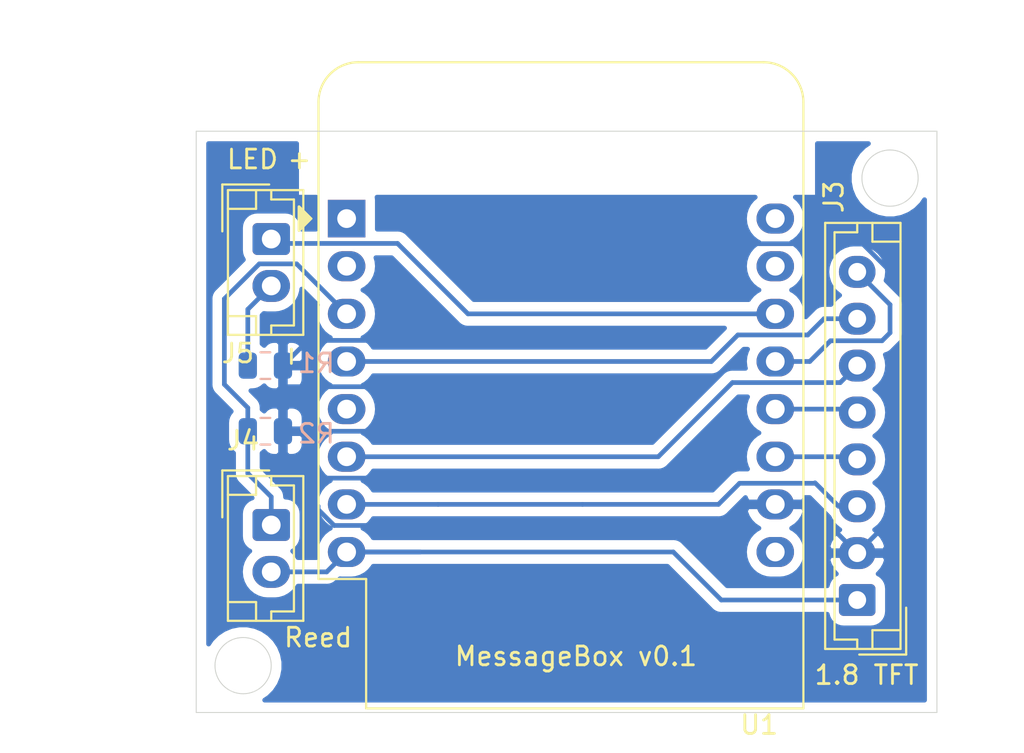
<source format=kicad_pcb>
(kicad_pcb (version 20171130) (host pcbnew 5.1.6)

  (general
    (thickness 1.6)
    (drawings 18)
    (tracks 69)
    (zones 0)
    (modules 6)
    (nets 18)
  )

  (page A4)
  (layers
    (0 F.Cu signal)
    (31 B.Cu signal hide)
    (32 B.Adhes user hide)
    (33 F.Adhes user hide)
    (34 B.Paste user hide)
    (35 F.Paste user hide)
    (36 B.SilkS user hide)
    (37 F.SilkS user)
    (38 B.Mask user hide)
    (39 F.Mask user hide)
    (40 Dwgs.User user)
    (41 Cmts.User user hide)
    (42 Eco1.User user hide)
    (43 Eco2.User user hide)
    (44 Edge.Cuts user)
    (45 Margin user hide)
    (46 B.CrtYd user hide)
    (47 F.CrtYd user hide)
    (48 B.Fab user hide)
    (49 F.Fab user hide)
  )

  (setup
    (last_trace_width 0.25)
    (trace_clearance 0.2)
    (zone_clearance 0.508)
    (zone_45_only no)
    (trace_min 0.2)
    (via_size 0.8)
    (via_drill 0.4)
    (via_min_size 0.4)
    (via_min_drill 0.3)
    (uvia_size 0.3)
    (uvia_drill 0.1)
    (uvias_allowed no)
    (uvia_min_size 0.2)
    (uvia_min_drill 0.1)
    (edge_width 0.05)
    (segment_width 0.2)
    (pcb_text_width 0.3)
    (pcb_text_size 1.5 1.5)
    (mod_edge_width 0.12)
    (mod_text_size 1 1)
    (mod_text_width 0.15)
    (pad_size 1.524 1.524)
    (pad_drill 0.762)
    (pad_to_mask_clearance 0.05)
    (aux_axis_origin 152 69)
    (grid_origin 152 69)
    (visible_elements FFFFFF7F)
    (pcbplotparams
      (layerselection 0x00020_7ffffffe)
      (usegerberextensions false)
      (usegerberattributes true)
      (usegerberadvancedattributes true)
      (creategerberjobfile true)
      (excludeedgelayer true)
      (linewidth 0.100000)
      (plotframeref false)
      (viasonmask false)
      (mode 1)
      (useauxorigin false)
      (hpglpennumber 1)
      (hpglpenspeed 20)
      (hpglpendiameter 15.000000)
      (psnegative false)
      (psa4output false)
      (plotreference false)
      (plotvalue false)
      (plotinvisibletext false)
      (padsonsilk false)
      (subtractmaskfromsilk false)
      (outputformat 5)
      (mirror false)
      (drillshape 2)
      (scaleselection 1)
      (outputdirectory "Gerber/"))
  )

  (net 0 "")
  (net 1 +3V3)
  (net 2 GND)
  (net 3 "Net-(J5-Pad2)")
  (net 4 "Net-(J3-Pad8)")
  (net 5 "Net-(J3-Pad7)")
  (net 6 "Net-(J3-Pad6)")
  (net 7 "Net-(J3-Pad5)")
  (net 8 "Net-(J3-Pad4)")
  (net 9 "Net-(J3-Pad3)")
  (net 10 "Net-(J4-Pad1)")
  (net 11 "Net-(J5-Pad1)")
  (net 12 "Net-(U1-Pad16)")
  (net 13 "Net-(U1-Pad15)")
  (net 14 "Net-(U1-Pad9)")
  (net 15 "Net-(U1-Pad1)")
  (net 16 "Net-(U1-Pad2)")
  (net 17 "Net-(U1-Pad5)")

  (net_class Default "This is the default net class."
    (clearance 0.2)
    (trace_width 0.25)
    (via_dia 0.8)
    (via_drill 0.4)
    (uvia_dia 0.3)
    (uvia_drill 0.1)
    (add_net +3V3)
    (add_net GND)
    (add_net "Net-(J3-Pad3)")
    (add_net "Net-(J3-Pad4)")
    (add_net "Net-(J3-Pad5)")
    (add_net "Net-(J3-Pad6)")
    (add_net "Net-(J3-Pad7)")
    (add_net "Net-(J3-Pad8)")
    (add_net "Net-(J4-Pad1)")
    (add_net "Net-(J5-Pad1)")
    (add_net "Net-(J5-Pad2)")
    (add_net "Net-(U1-Pad1)")
    (add_net "Net-(U1-Pad15)")
    (add_net "Net-(U1-Pad16)")
    (add_net "Net-(U1-Pad2)")
    (add_net "Net-(U1-Pad5)")
    (add_net "Net-(U1-Pad9)")
  )

  (module Module:WEMOS_D1_mini_light (layer F.Cu) (tedit 5BBFB1CE) (tstamp 5F2832F7)
    (at 160.02 73.66)
    (descr "16-pin module, column spacing 22.86 mm (900 mils), https://wiki.wemos.cc/products:d1:d1_mini, https://c1.staticflickr.com/1/734/31400410271_f278b087db_z.jpg")
    (tags "ESP8266 WiFi microcontroller")
    (path /5F2911C1)
    (fp_text reference U1 (at 22 27) (layer F.SilkS)
      (effects (font (size 1 1) (thickness 0.15)))
    )
    (fp_text value WeMos_D1_mini (at 11.7 0) (layer F.Fab)
      (effects (font (size 1 1) (thickness 0.15)))
    )
    (fp_line (start 1.04 26.12) (end 24.36 26.12) (layer F.SilkS) (width 0.12))
    (fp_line (start -1.5 19.22) (end -1.5 -6.21) (layer F.SilkS) (width 0.12))
    (fp_line (start 24.36 26.12) (end 24.36 -6.21) (layer F.SilkS) (width 0.12))
    (fp_line (start 22.24 -8.34) (end 0.63 -8.34) (layer F.SilkS) (width 0.12))
    (fp_line (start 1.17 25.99) (end 24.23 25.99) (layer F.Fab) (width 0.1))
    (fp_line (start 24.23 25.99) (end 24.23 -6.21) (layer F.Fab) (width 0.1))
    (fp_line (start 22.23 -8.21) (end 0.63 -8.21) (layer F.Fab) (width 0.1))
    (fp_line (start -1.37 1) (end -1.37 19.09) (layer F.Fab) (width 0.1))
    (fp_line (start -1.62 -8.46) (end 24.48 -8.46) (layer F.CrtYd) (width 0.05))
    (fp_line (start 24.48 -8.41) (end 24.48 26.24) (layer F.CrtYd) (width 0.05))
    (fp_line (start 24.48 26.24) (end -1.62 26.24) (layer F.CrtYd) (width 0.05))
    (fp_line (start -1.62 26.24) (end -1.62 -8.46) (layer F.CrtYd) (width 0.05))
    (fp_poly (pts (xy -2.54 -0.635) (xy -2.54 0.635) (xy -1.905 0)) (layer F.SilkS) (width 0.15))
    (fp_line (start -1.35 -1.4) (end 24.25 -1.4) (layer Dwgs.User) (width 0.1))
    (fp_line (start 24.25 -1.4) (end 24.25 -8.2) (layer Dwgs.User) (width 0.1))
    (fp_line (start 24.25 -8.2) (end -1.35 -8.2) (layer Dwgs.User) (width 0.1))
    (fp_line (start -1.35 -8.2) (end -1.35 -1.4) (layer Dwgs.User) (width 0.1))
    (fp_line (start -1.35 -1.4) (end 5.45 -8.2) (layer Dwgs.User) (width 0.1))
    (fp_line (start 0.65 -1.4) (end 7.45 -8.2) (layer Dwgs.User) (width 0.1))
    (fp_line (start 2.65 -1.4) (end 9.45 -8.2) (layer Dwgs.User) (width 0.1))
    (fp_line (start 4.65 -1.4) (end 11.45 -8.2) (layer Dwgs.User) (width 0.1))
    (fp_line (start 6.65 -1.4) (end 13.45 -8.2) (layer Dwgs.User) (width 0.1))
    (fp_line (start 8.65 -1.4) (end 15.45 -8.2) (layer Dwgs.User) (width 0.1))
    (fp_line (start 10.65 -1.4) (end 17.45 -8.2) (layer Dwgs.User) (width 0.1))
    (fp_line (start 12.65 -1.4) (end 19.45 -8.2) (layer Dwgs.User) (width 0.1))
    (fp_line (start 14.65 -1.4) (end 21.45 -8.2) (layer Dwgs.User) (width 0.1))
    (fp_line (start 16.65 -1.4) (end 23.45 -8.2) (layer Dwgs.User) (width 0.1))
    (fp_line (start 18.65 -1.4) (end 24.25 -7) (layer Dwgs.User) (width 0.1))
    (fp_line (start 20.65 -1.4) (end 24.25 -5) (layer Dwgs.User) (width 0.1))
    (fp_line (start 22.65 -1.4) (end 24.25 -3) (layer Dwgs.User) (width 0.1))
    (fp_line (start -1.35 -3.4) (end 3.45 -8.2) (layer Dwgs.User) (width 0.1))
    (fp_line (start -1.3 -5.45) (end 1.45 -8.2) (layer Dwgs.User) (width 0.1))
    (fp_line (start -1.35 -7.4) (end -0.55 -8.2) (layer Dwgs.User) (width 0.1))
    (fp_line (start -1.37 19.09) (end 1.17 19.09) (layer F.Fab) (width 0.1))
    (fp_line (start 1.17 19.09) (end 1.17 25.99) (layer F.Fab) (width 0.1))
    (fp_line (start -1.37 -6.21) (end -1.37 -1) (layer F.Fab) (width 0.1))
    (fp_line (start -1.37 1) (end -0.37 0) (layer F.Fab) (width 0.1))
    (fp_line (start -0.37 0) (end -1.37 -1) (layer F.Fab) (width 0.1))
    (fp_line (start -1.5 19.22) (end 1.04 19.22) (layer F.SilkS) (width 0.12))
    (fp_line (start 1.04 19.22) (end 1.04 26.12) (layer F.SilkS) (width 0.12))
    (fp_text user "No copper" (at 11.43 -3.81) (layer Cmts.User)
      (effects (font (size 1 1) (thickness 0.15)))
    )
    (fp_text user "KEEP OUT" (at 11.43 -6.35) (layer Cmts.User)
      (effects (font (size 1 1) (thickness 0.15)))
    )
    (fp_arc (start 22.23 -6.21) (end 24.36 -6.21) (angle -90) (layer F.SilkS) (width 0.12))
    (fp_arc (start 0.63 -6.21) (end 0.63 -8.34) (angle -90) (layer F.SilkS) (width 0.12))
    (fp_arc (start 22.23 -6.21) (end 24.23 -6.19) (angle -90) (layer F.Fab) (width 0.1))
    (fp_arc (start 0.63 -6.21) (end 0.63 -8.21) (angle -90) (layer F.Fab) (width 0.1))
    (fp_text user %R (at 11.43 10) (layer F.Fab)
      (effects (font (size 1 1) (thickness 0.15)))
    )
    (pad 16 thru_hole oval (at 22.86 0) (size 2 1.6) (drill 1) (layers *.Cu *.Mask)
      (net 12 "Net-(U1-Pad16)"))
    (pad 15 thru_hole oval (at 22.86 2.54) (size 2 1.6) (drill 1) (layers *.Cu *.Mask)
      (net 13 "Net-(U1-Pad15)"))
    (pad 14 thru_hole oval (at 22.86 5.08) (size 2 1.6) (drill 1) (layers *.Cu *.Mask)
      (net 11 "Net-(J5-Pad1)"))
    (pad 13 thru_hole oval (at 22.86 7.62) (size 2 1.6) (drill 1) (layers *.Cu *.Mask)
      (net 4 "Net-(J3-Pad8)"))
    (pad 12 thru_hole oval (at 22.86 10.16) (size 2 1.6) (drill 1) (layers *.Cu *.Mask)
      (net 7 "Net-(J3-Pad5)"))
    (pad 11 thru_hole oval (at 22.86 12.7) (size 2 1.6) (drill 1) (layers *.Cu *.Mask)
      (net 8 "Net-(J3-Pad4)"))
    (pad 10 thru_hole oval (at 22.86 15.24) (size 2 1.6) (drill 1) (layers *.Cu *.Mask)
      (net 2 GND))
    (pad 9 thru_hole oval (at 22.86 17.78) (size 2 1.6) (drill 1) (layers *.Cu *.Mask)
      (net 14 "Net-(U1-Pad9)"))
    (pad 8 thru_hole oval (at 0 17.78) (size 2 1.6) (drill 1) (layers *.Cu *.Mask)
      (net 1 +3V3))
    (pad 7 thru_hole oval (at 0 15.24) (size 2 1.6) (drill 1) (layers *.Cu *.Mask)
      (net 9 "Net-(J3-Pad3)"))
    (pad 6 thru_hole oval (at 0 12.7) (size 2 1.6) (drill 1) (layers *.Cu *.Mask)
      (net 6 "Net-(J3-Pad6)"))
    (pad 5 thru_hole oval (at 0 10.16) (size 2 1.6) (drill 1) (layers *.Cu *.Mask)
      (net 17 "Net-(U1-Pad5)"))
    (pad 4 thru_hole oval (at 0 7.62) (size 2 1.6) (drill 1) (layers *.Cu *.Mask)
      (net 5 "Net-(J3-Pad7)"))
    (pad 3 thru_hole oval (at 0 5.08) (size 2 1.6) (drill 1) (layers *.Cu *.Mask)
      (net 10 "Net-(J4-Pad1)"))
    (pad 1 thru_hole rect (at 0 0) (size 2 2) (drill 1) (layers *.Cu *.Mask)
      (net 15 "Net-(U1-Pad1)"))
    (pad 2 thru_hole oval (at 0 2.54) (size 2 1.6) (drill 1) (layers *.Cu *.Mask)
      (net 16 "Net-(U1-Pad2)"))
    (model ${KISYS3DMOD}/Module.3dshapes/WEMOS_D1_mini_light.wrl
      (at (xyz 0 0 0))
      (scale (xyz 1 1 1))
      (rotate (xyz 0 0 0))
    )
    (model ${KISYS3DMOD}/Connector_PinHeader_2.54mm.3dshapes/PinHeader_1x08_P2.54mm_Vertical.wrl
      (offset (xyz 0 0 9.5))
      (scale (xyz 1 1 1))
      (rotate (xyz 0 -180 0))
    )
    (model ${KISYS3DMOD}/Connector_PinHeader_2.54mm.3dshapes/PinHeader_1x08_P2.54mm_Vertical.wrl
      (offset (xyz 22.86 0 9.5))
      (scale (xyz 1 1 1))
      (rotate (xyz 0 -180 0))
    )
    (model ${KISYS3DMOD}/Connector_PinSocket_2.54mm.3dshapes/PinSocket_1x08_P2.54mm_Vertical.wrl
      (at (xyz 0 0 0))
      (scale (xyz 1 1 1))
      (rotate (xyz 0 0 0))
    )
    (model ${KISYS3DMOD}/Connector_PinSocket_2.54mm.3dshapes/PinSocket_1x08_P2.54mm_Vertical.wrl
      (offset (xyz 22.86 0 0))
      (scale (xyz 1 1 1))
      (rotate (xyz 0 0 0))
    )
  )

  (module Connector_JST:JST_EH_B2B-EH-A_1x02_P2.50mm_Vertical (layer F.Cu) (tedit 5C28142C) (tstamp 5F283247)
    (at 156 74.75 270)
    (descr "JST EH series connector, B2B-EH-A (http://www.jst-mfg.com/product/pdf/eng/eEH.pdf), generated with kicad-footprint-generator")
    (tags "connector JST EH vertical")
    (path /5F256D29)
    (fp_text reference J5 (at 6.096 1.778 180) (layer F.SilkS)
      (effects (font (size 1 1) (thickness 0.15)))
    )
    (fp_text value LED (at -4.445 1.27 180) (layer F.Fab)
      (effects (font (size 1 1) (thickness 0.15)))
    )
    (fp_line (start -2.5 -1.6) (end -2.5 2.2) (layer F.Fab) (width 0.1))
    (fp_line (start -2.5 2.2) (end 5 2.2) (layer F.Fab) (width 0.1))
    (fp_line (start 5 2.2) (end 5 -1.6) (layer F.Fab) (width 0.1))
    (fp_line (start 5 -1.6) (end -2.5 -1.6) (layer F.Fab) (width 0.1))
    (fp_line (start -3 -2.1) (end -3 2.7) (layer F.CrtYd) (width 0.05))
    (fp_line (start -3 2.7) (end 5.5 2.7) (layer F.CrtYd) (width 0.05))
    (fp_line (start 5.5 2.7) (end 5.5 -2.1) (layer F.CrtYd) (width 0.05))
    (fp_line (start 5.5 -2.1) (end -3 -2.1) (layer F.CrtYd) (width 0.05))
    (fp_line (start -2.61 -1.71) (end -2.61 2.31) (layer F.SilkS) (width 0.12))
    (fp_line (start -2.61 2.31) (end 5.11 2.31) (layer F.SilkS) (width 0.12))
    (fp_line (start 5.11 2.31) (end 5.11 -1.71) (layer F.SilkS) (width 0.12))
    (fp_line (start 5.11 -1.71) (end -2.61 -1.71) (layer F.SilkS) (width 0.12))
    (fp_line (start -2.61 0) (end -2.11 0) (layer F.SilkS) (width 0.12))
    (fp_line (start -2.11 0) (end -2.11 -1.21) (layer F.SilkS) (width 0.12))
    (fp_line (start -2.11 -1.21) (end 4.61 -1.21) (layer F.SilkS) (width 0.12))
    (fp_line (start 4.61 -1.21) (end 4.61 0) (layer F.SilkS) (width 0.12))
    (fp_line (start 4.61 0) (end 5.11 0) (layer F.SilkS) (width 0.12))
    (fp_line (start -2.61 0.81) (end -1.61 0.81) (layer F.SilkS) (width 0.12))
    (fp_line (start -1.61 0.81) (end -1.61 2.31) (layer F.SilkS) (width 0.12))
    (fp_line (start 5.11 0.81) (end 4.11 0.81) (layer F.SilkS) (width 0.12))
    (fp_line (start 4.11 0.81) (end 4.11 2.31) (layer F.SilkS) (width 0.12))
    (fp_line (start -2.91 0.11) (end -2.91 2.61) (layer F.SilkS) (width 0.12))
    (fp_line (start -2.91 2.61) (end -0.41 2.61) (layer F.SilkS) (width 0.12))
    (fp_line (start -2.91 0.11) (end -2.91 2.61) (layer F.Fab) (width 0.1))
    (fp_line (start -2.91 2.61) (end -0.41 2.61) (layer F.Fab) (width 0.1))
    (fp_text user %R (at -4.445 -1.27 180) (layer F.Fab)
      (effects (font (size 1 1) (thickness 0.15)))
    )
    (pad 2 thru_hole oval (at 2.5 0 270) (size 1.7 2) (drill 1) (layers *.Cu *.Mask)
      (net 3 "Net-(J5-Pad2)"))
    (pad 1 thru_hole roundrect (at 0 0 270) (size 1.7 2) (drill 1) (layers *.Cu *.Mask) (roundrect_rratio 0.147059)
      (net 11 "Net-(J5-Pad1)"))
    (model ${KISYS3DMOD}/Connector_JST.3dshapes/JST_EH_B2B-EH-A_1x02_P2.50mm_Vertical.wrl
      (at (xyz 0 0 0))
      (scale (xyz 1 1 1))
      (rotate (xyz 0 0 0))
    )
  )

  (module Resistor_SMD:R_0805_2012Metric (layer B.Cu) (tedit 5B36C52B) (tstamp 5F28316F)
    (at 155.6875 85 180)
    (descr "Resistor SMD 0805 (2012 Metric), square (rectangular) end terminal, IPC_7351 nominal, (Body size source: https://docs.google.com/spreadsheets/d/1BsfQQcO9C6DZCsRaXUlFlo91Tg2WpOkGARC1WS5S8t0/edit?usp=sharing), generated with kicad-footprint-generator")
    (tags resistor)
    (path /5F2741D8)
    (attr smd)
    (fp_text reference R2 (at -2.7155 -0.127) (layer B.SilkS)
      (effects (font (size 1 1) (thickness 0.15)) (justify mirror))
    )
    (fp_text value R_US (at 0 -1.65) (layer B.Fab) hide
      (effects (font (size 1 1) (thickness 0.15)) (justify mirror))
    )
    (fp_line (start -1 -0.6) (end -1 0.6) (layer B.Fab) (width 0.1))
    (fp_line (start -1 0.6) (end 1 0.6) (layer B.Fab) (width 0.1))
    (fp_line (start 1 0.6) (end 1 -0.6) (layer B.Fab) (width 0.1))
    (fp_line (start 1 -0.6) (end -1 -0.6) (layer B.Fab) (width 0.1))
    (fp_line (start -0.258578 0.71) (end 0.258578 0.71) (layer B.SilkS) (width 0.12))
    (fp_line (start -0.258578 -0.71) (end 0.258578 -0.71) (layer B.SilkS) (width 0.12))
    (fp_line (start -1.68 -0.95) (end -1.68 0.95) (layer B.CrtYd) (width 0.05))
    (fp_line (start -1.68 0.95) (end 1.68 0.95) (layer B.CrtYd) (width 0.05))
    (fp_line (start 1.68 0.95) (end 1.68 -0.95) (layer B.CrtYd) (width 0.05))
    (fp_line (start 1.68 -0.95) (end -1.68 -0.95) (layer B.CrtYd) (width 0.05))
    (fp_text user %R (at 0 0) (layer B.Fab)
      (effects (font (size 0.5 0.5) (thickness 0.08)) (justify mirror))
    )
    (pad 2 smd roundrect (at 0.9375 0 180) (size 0.975 1.4) (layers B.Cu B.Paste B.Mask) (roundrect_rratio 0.25)
      (net 10 "Net-(J4-Pad1)"))
    (pad 1 smd roundrect (at -0.9375 0 180) (size 0.975 1.4) (layers B.Cu B.Paste B.Mask) (roundrect_rratio 0.25)
      (net 2 GND))
    (model ${KISYS3DMOD}/Resistor_SMD.3dshapes/R_0805_2012Metric.wrl
      (at (xyz 0 0 0))
      (scale (xyz 1 1 1))
      (rotate (xyz 0 0 0))
    )
  )

  (module Resistor_SMD:R_0805_2012Metric (layer B.Cu) (tedit 5B36C52B) (tstamp 5F2833C4)
    (at 155.6875 81.5 180)
    (descr "Resistor SMD 0805 (2012 Metric), square (rectangular) end terminal, IPC_7351 nominal, (Body size source: https://docs.google.com/spreadsheets/d/1BsfQQcO9C6DZCsRaXUlFlo91Tg2WpOkGARC1WS5S8t0/edit?usp=sharing), generated with kicad-footprint-generator")
    (tags resistor)
    (path /5F27F1FE)
    (attr smd)
    (fp_text reference R1 (at -2.7155 0.127) (layer B.SilkS)
      (effects (font (size 1 1) (thickness 0.15)) (justify mirror))
    )
    (fp_text value R_US (at 0 -1.65) (layer B.Fab) hide
      (effects (font (size 1 1) (thickness 0.15)) (justify mirror))
    )
    (fp_line (start -1 -0.6) (end -1 0.6) (layer B.Fab) (width 0.1))
    (fp_line (start -1 0.6) (end 1 0.6) (layer B.Fab) (width 0.1))
    (fp_line (start 1 0.6) (end 1 -0.6) (layer B.Fab) (width 0.1))
    (fp_line (start 1 -0.6) (end -1 -0.6) (layer B.Fab) (width 0.1))
    (fp_line (start -0.258578 0.71) (end 0.258578 0.71) (layer B.SilkS) (width 0.12))
    (fp_line (start -0.258578 -0.71) (end 0.258578 -0.71) (layer B.SilkS) (width 0.12))
    (fp_line (start -1.68 -0.95) (end -1.68 0.95) (layer B.CrtYd) (width 0.05))
    (fp_line (start -1.68 0.95) (end 1.68 0.95) (layer B.CrtYd) (width 0.05))
    (fp_line (start 1.68 0.95) (end 1.68 -0.95) (layer B.CrtYd) (width 0.05))
    (fp_line (start 1.68 -0.95) (end -1.68 -0.95) (layer B.CrtYd) (width 0.05))
    (fp_text user %R (at 0 0) (layer B.Fab)
      (effects (font (size 0.5 0.5) (thickness 0.08)) (justify mirror))
    )
    (pad 2 smd roundrect (at 0.9375 0 180) (size 0.975 1.4) (layers B.Cu B.Paste B.Mask) (roundrect_rratio 0.25)
      (net 3 "Net-(J5-Pad2)"))
    (pad 1 smd roundrect (at -0.9375 0 180) (size 0.975 1.4) (layers B.Cu B.Paste B.Mask) (roundrect_rratio 0.25)
      (net 2 GND))
    (model ${KISYS3DMOD}/Resistor_SMD.3dshapes/R_0805_2012Metric.wrl
      (at (xyz 0 0 0))
      (scale (xyz 1 1 1))
      (rotate (xyz 0 0 0))
    )
  )

  (module Connector_JST:JST_EH_B2B-EH-A_1x02_P2.50mm_Vertical (layer F.Cu) (tedit 5C28142C) (tstamp 5F2831EA)
    (at 156 90 270)
    (descr "JST EH series connector, B2B-EH-A (http://www.jst-mfg.com/product/pdf/eng/eEH.pdf), generated with kicad-footprint-generator")
    (tags "connector JST EH vertical")
    (path /5F256897)
    (fp_text reference J4 (at -4.5 1.5 180) (layer F.SilkS)
      (effects (font (size 1 1) (thickness 0.15)))
    )
    (fp_text value "Reed Switch" (at 6.35 0 180) (layer F.Fab)
      (effects (font (size 1 1) (thickness 0.15)))
    )
    (fp_line (start -2.5 -1.6) (end -2.5 2.2) (layer F.Fab) (width 0.1))
    (fp_line (start -2.5 2.2) (end 5 2.2) (layer F.Fab) (width 0.1))
    (fp_line (start 5 2.2) (end 5 -1.6) (layer F.Fab) (width 0.1))
    (fp_line (start 5 -1.6) (end -2.5 -1.6) (layer F.Fab) (width 0.1))
    (fp_line (start -3 -2.1) (end -3 2.7) (layer F.CrtYd) (width 0.05))
    (fp_line (start -3 2.7) (end 5.5 2.7) (layer F.CrtYd) (width 0.05))
    (fp_line (start 5.5 2.7) (end 5.5 -2.1) (layer F.CrtYd) (width 0.05))
    (fp_line (start 5.5 -2.1) (end -3 -2.1) (layer F.CrtYd) (width 0.05))
    (fp_line (start -2.61 -1.71) (end -2.61 2.31) (layer F.SilkS) (width 0.12))
    (fp_line (start -2.61 2.31) (end 5.11 2.31) (layer F.SilkS) (width 0.12))
    (fp_line (start 5.11 2.31) (end 5.11 -1.71) (layer F.SilkS) (width 0.12))
    (fp_line (start 5.11 -1.71) (end -2.61 -1.71) (layer F.SilkS) (width 0.12))
    (fp_line (start -2.61 0) (end -2.11 0) (layer F.SilkS) (width 0.12))
    (fp_line (start -2.11 0) (end -2.11 -1.21) (layer F.SilkS) (width 0.12))
    (fp_line (start -2.11 -1.21) (end 4.61 -1.21) (layer F.SilkS) (width 0.12))
    (fp_line (start 4.61 -1.21) (end 4.61 0) (layer F.SilkS) (width 0.12))
    (fp_line (start 4.61 0) (end 5.11 0) (layer F.SilkS) (width 0.12))
    (fp_line (start -2.61 0.81) (end -1.61 0.81) (layer F.SilkS) (width 0.12))
    (fp_line (start -1.61 0.81) (end -1.61 2.31) (layer F.SilkS) (width 0.12))
    (fp_line (start 5.11 0.81) (end 4.11 0.81) (layer F.SilkS) (width 0.12))
    (fp_line (start 4.11 0.81) (end 4.11 2.31) (layer F.SilkS) (width 0.12))
    (fp_line (start -2.91 0.11) (end -2.91 2.61) (layer F.SilkS) (width 0.12))
    (fp_line (start -2.91 2.61) (end -0.41 2.61) (layer F.SilkS) (width 0.12))
    (fp_line (start -2.91 0.11) (end -2.91 2.61) (layer F.Fab) (width 0.1))
    (fp_line (start -2.91 2.61) (end -0.41 2.61) (layer F.Fab) (width 0.1))
    (fp_text user %R (at 8.255 0 180) (layer F.Fab)
      (effects (font (size 1 1) (thickness 0.15)))
    )
    (pad 2 thru_hole oval (at 2.5 0 270) (size 1.7 2) (drill 1) (layers *.Cu *.Mask)
      (net 1 +3V3))
    (pad 1 thru_hole roundrect (at 0 0 270) (size 1.7 2) (drill 1) (layers *.Cu *.Mask) (roundrect_rratio 0.147059)
      (net 10 "Net-(J4-Pad1)"))
    (model ${KISYS3DMOD}/Connector_JST.3dshapes/JST_EH_B2B-EH-A_1x02_P2.50mm_Vertical.wrl
      (at (xyz 0 0 0))
      (scale (xyz 1 1 1))
      (rotate (xyz 0 0 0))
    )
  )

  (module Connector_JST:JST_EH_B8B-EH-A_1x08_P2.50mm_Vertical (layer F.Cu) (tedit 5C28142D) (tstamp 5F2830CA)
    (at 187.25 94 90)
    (descr "JST EH series connector, B8B-EH-A (http://www.jst-mfg.com/product/pdf/eng/eEH.pdf), generated with kicad-footprint-generator")
    (tags "connector JST EH vertical")
    (path /5F255A16)
    (fp_text reference J3 (at 21.5 -1.25 90) (layer F.SilkS)
      (effects (font (size 1 1) (thickness 0.15)))
    )
    (fp_text value "1.8 TFT" (at -4.485 -1.27 180) (layer F.Fab)
      (effects (font (size 1 1) (thickness 0.15)))
    )
    (fp_line (start -2.5 -1.6) (end -2.5 2.2) (layer F.Fab) (width 0.1))
    (fp_line (start -2.5 2.2) (end 20 2.2) (layer F.Fab) (width 0.1))
    (fp_line (start 20 2.2) (end 20 -1.6) (layer F.Fab) (width 0.1))
    (fp_line (start 20 -1.6) (end -2.5 -1.6) (layer F.Fab) (width 0.1))
    (fp_line (start -3 -2.1) (end -3 2.7) (layer F.CrtYd) (width 0.05))
    (fp_line (start -3 2.7) (end 20.5 2.7) (layer F.CrtYd) (width 0.05))
    (fp_line (start 20.5 2.7) (end 20.5 -2.1) (layer F.CrtYd) (width 0.05))
    (fp_line (start 20.5 -2.1) (end -3 -2.1) (layer F.CrtYd) (width 0.05))
    (fp_line (start -2.61 -1.71) (end -2.61 2.31) (layer F.SilkS) (width 0.12))
    (fp_line (start -2.61 2.31) (end 20.11 2.31) (layer F.SilkS) (width 0.12))
    (fp_line (start 20.11 2.31) (end 20.11 -1.71) (layer F.SilkS) (width 0.12))
    (fp_line (start 20.11 -1.71) (end -2.61 -1.71) (layer F.SilkS) (width 0.12))
    (fp_line (start -2.61 0) (end -2.11 0) (layer F.SilkS) (width 0.12))
    (fp_line (start -2.11 0) (end -2.11 -1.21) (layer F.SilkS) (width 0.12))
    (fp_line (start -2.11 -1.21) (end 19.61 -1.21) (layer F.SilkS) (width 0.12))
    (fp_line (start 19.61 -1.21) (end 19.61 0) (layer F.SilkS) (width 0.12))
    (fp_line (start 19.61 0) (end 20.11 0) (layer F.SilkS) (width 0.12))
    (fp_line (start -2.61 0.81) (end -1.61 0.81) (layer F.SilkS) (width 0.12))
    (fp_line (start -1.61 0.81) (end -1.61 2.31) (layer F.SilkS) (width 0.12))
    (fp_line (start 20.11 0.81) (end 19.11 0.81) (layer F.SilkS) (width 0.12))
    (fp_line (start 19.11 0.81) (end 19.11 2.31) (layer F.SilkS) (width 0.12))
    (fp_line (start -2.91 0.11) (end -2.91 2.61) (layer F.SilkS) (width 0.12))
    (fp_line (start -2.91 2.61) (end -0.41 2.61) (layer F.SilkS) (width 0.12))
    (fp_line (start -2.91 0.11) (end -2.91 2.61) (layer F.Fab) (width 0.1))
    (fp_line (start -2.91 2.61) (end -0.41 2.61) (layer F.Fab) (width 0.1))
    (fp_text user %R (at 8.75 1.5 90) (layer F.Fab)
      (effects (font (size 1 1) (thickness 0.15)))
    )
    (pad 8 thru_hole oval (at 17.5 0 90) (size 1.7 1.95) (drill 0.95) (layers *.Cu *.Mask)
      (net 4 "Net-(J3-Pad8)"))
    (pad 7 thru_hole oval (at 15 0 90) (size 1.7 1.95) (drill 0.95) (layers *.Cu *.Mask)
      (net 5 "Net-(J3-Pad7)"))
    (pad 6 thru_hole oval (at 12.5 0 90) (size 1.7 1.95) (drill 0.95) (layers *.Cu *.Mask)
      (net 6 "Net-(J3-Pad6)"))
    (pad 5 thru_hole oval (at 10 0 90) (size 1.7 1.95) (drill 0.95) (layers *.Cu *.Mask)
      (net 7 "Net-(J3-Pad5)"))
    (pad 4 thru_hole oval (at 7.5 0 90) (size 1.7 1.95) (drill 0.95) (layers *.Cu *.Mask)
      (net 8 "Net-(J3-Pad4)"))
    (pad 3 thru_hole oval (at 5 0 90) (size 1.7 1.95) (drill 0.95) (layers *.Cu *.Mask)
      (net 9 "Net-(J3-Pad3)"))
    (pad 2 thru_hole oval (at 2.5 0 90) (size 1.7 1.95) (drill 0.95) (layers *.Cu *.Mask)
      (net 2 GND))
    (pad 1 thru_hole roundrect (at 0 0 90) (size 1.7 1.95) (drill 0.95) (layers *.Cu *.Mask) (roundrect_rratio 0.147059)
      (net 1 +3V3))
    (model ${KISYS3DMOD}/Connector_JST.3dshapes/JST_EH_B8B-EH-A_1x08_P2.50mm_Vertical.wrl
      (at (xyz 0 0 0))
      (scale (xyz 1 1 1))
      (rotate (xyz 0 0 0))
    )
  )

  (dimension 39.5 (width 0.15) (layer Dwgs.User)
    (gr_text "39.500 mm" (at 171.75 62.7) (layer Dwgs.User)
      (effects (font (size 1 1) (thickness 0.15)))
    )
    (feature1 (pts (xy 191.5 69) (xy 191.5 63.413579)))
    (feature2 (pts (xy 152 69) (xy 152 63.413579)))
    (crossbar (pts (xy 152 64) (xy 191.5 64)))
    (arrow1a (pts (xy 191.5 64) (xy 190.373496 64.586421)))
    (arrow1b (pts (xy 191.5 64) (xy 190.373496 63.413579)))
    (arrow2a (pts (xy 152 64) (xy 153.126504 64.586421)))
    (arrow2b (pts (xy 152 64) (xy 153.126504 63.413579)))
  )
  (dimension 2.5 (width 0.15) (layer Dwgs.User)
    (gr_text "2.500 mm" (at 194.8 70.25 90) (layer Dwgs.User)
      (effects (font (size 1 1) (thickness 0.15)))
    )
    (feature1 (pts (xy 189 69) (xy 194.086421 69)))
    (feature2 (pts (xy 189 71.5) (xy 194.086421 71.5)))
    (crossbar (pts (xy 193.5 71.5) (xy 193.5 69)))
    (arrow1a (pts (xy 193.5 69) (xy 194.086421 70.126504)))
    (arrow1b (pts (xy 193.5 69) (xy 192.913579 70.126504)))
    (arrow2a (pts (xy 193.5 71.5) (xy 194.086421 70.373496)))
    (arrow2b (pts (xy 193.5 71.5) (xy 192.913579 70.373496)))
  )
  (dimension 3 (width 0.15) (layer Dwgs.User)
    (gr_text "3.000 mm" (at 189 65.7) (layer Dwgs.User)
      (effects (font (size 1 1) (thickness 0.15)))
    )
    (feature1 (pts (xy 190.5 71.5) (xy 190.5 66.413579)))
    (feature2 (pts (xy 187.5 71.5) (xy 187.5 66.413579)))
    (crossbar (pts (xy 187.5 67) (xy 190.5 67)))
    (arrow1a (pts (xy 190.5 67) (xy 189.373496 67.586421)))
    (arrow1b (pts (xy 190.5 67) (xy 189.373496 66.413579)))
    (arrow2a (pts (xy 187.5 67) (xy 188.626504 67.586421)))
    (arrow2b (pts (xy 187.5 67) (xy 188.626504 66.413579)))
  )
  (dimension 31 (width 0.15) (layer Dwgs.User)
    (gr_text "31.000 mm" (at 145.2 84.5 270) (layer Dwgs.User)
      (effects (font (size 1 1) (thickness 0.15)))
    )
    (feature1 (pts (xy 152 100) (xy 145.913579 100)))
    (feature2 (pts (xy 152 69) (xy 145.913579 69)))
    (crossbar (pts (xy 146.5 69) (xy 146.5 100)))
    (arrow1a (pts (xy 146.5 100) (xy 145.913579 98.873496)))
    (arrow1b (pts (xy 146.5 100) (xy 147.086421 98.873496)))
    (arrow2a (pts (xy 146.5 69) (xy 145.913579 70.126504)))
    (arrow2b (pts (xy 146.5 69) (xy 147.086421 70.126504)))
  )
  (gr_circle (center 189 71.5) (end 190.5 71.5) (layer Edge.Cuts) (width 0.05))
  (dimension 3 (width 0.15) (layer Dwgs.User)
    (gr_text "3.000 mm" (at 154.5 102.8) (layer Dwgs.User)
      (effects (font (size 1 1) (thickness 0.15)))
    )
    (feature1 (pts (xy 156 97.5) (xy 156 102.086421)))
    (feature2 (pts (xy 153 97.5) (xy 153 102.086421)))
    (crossbar (pts (xy 153 101.5) (xy 156 101.5)))
    (arrow1a (pts (xy 156 101.5) (xy 154.873496 102.086421)))
    (arrow1b (pts (xy 156 101.5) (xy 154.873496 100.913579)))
    (arrow2a (pts (xy 153 101.5) (xy 154.126504 102.086421)))
    (arrow2b (pts (xy 153 101.5) (xy 154.126504 100.913579)))
  )
  (dimension 2.5 (width 0.15) (layer Dwgs.User)
    (gr_text "2.500 mm" (at 148.7 98.75 270) (layer Dwgs.User)
      (effects (font (size 1 1) (thickness 0.15)))
    )
    (feature1 (pts (xy 154.5 100) (xy 149.413579 100)))
    (feature2 (pts (xy 154.5 97.5) (xy 149.413579 97.5)))
    (crossbar (pts (xy 150 97.5) (xy 150 100)))
    (arrow1a (pts (xy 150 100) (xy 149.413579 98.873496)))
    (arrow1b (pts (xy 150 100) (xy 150.586421 98.873496)))
    (arrow2a (pts (xy 150 97.5) (xy 149.413579 98.626504)))
    (arrow2b (pts (xy 150 97.5) (xy 150.586421 98.626504)))
  )
  (gr_circle (center 154.5 97.5) (end 156 97.5) (layer Edge.Cuts) (width 0.05) (tstamp 5F283415))
  (gr_text "1.8 TFT" (at 187.75 98) (layer F.SilkS) (tstamp 5F283424)
    (effects (font (size 1 1) (thickness 0.15)))
  )
  (gr_text - (at 157 81 90) (layer F.SilkS) (tstamp 5F283421)
    (effects (font (size 1 1) (thickness 0.15)))
  )
  (gr_text + (at 157.5 70.5) (layer F.SilkS) (tstamp 5F28341E)
    (effects (font (size 1 1) (thickness 0.15)))
  )
  (gr_text LED (at 155 70.5) (layer F.SilkS) (tstamp 5F2831B4)
    (effects (font (size 1 1) (thickness 0.15)))
  )
  (gr_text Reed (at 158.5 96) (layer F.SilkS) (tstamp 5F2831B1)
    (effects (font (size 1 1) (thickness 0.15)))
  )
  (gr_text "MessageBox v0.1" (at 172.25 97) (layer F.SilkS) (tstamp 5F2831AE)
    (effects (font (size 1 1) (thickness 0.15)))
  )
  (gr_line (start 152 69) (end 152 100) (layer Edge.Cuts) (width 0.05) (tstamp 5F283412))
  (gr_line (start 191.5 69) (end 152 69) (layer Edge.Cuts) (width 0.05) (tstamp 5F283418))
  (gr_line (start 191.5 100) (end 191.5 69) (layer Edge.Cuts) (width 0.05) (tstamp 5F2831AB))
  (gr_line (start 152 100) (end 191.5 100) (layer Edge.Cuts) (width 0.05) (tstamp 5F2831A8))

  (segment (start 159.98 91.4) (end 160.02 91.44) (width 0.25) (layer B.Cu) (net 1) (tstamp 5F283391))
  (segment (start 160.02 91.44) (end 163.94 91.44) (width 0.25) (layer B.Cu) (net 1))
  (segment (start 160.02 91.44) (end 177.44 91.44) (width 0.25) (layer B.Cu) (net 1))
  (segment (start 180 94) (end 187.25 94) (width 0.25) (layer B.Cu) (net 1))
  (segment (start 177.44 91.44) (end 180 94) (width 0.25) (layer B.Cu) (net 1))
  (segment (start 158.96 92.5) (end 160.02 91.44) (width 0.25) (layer B.Cu) (net 1))
  (segment (start 156 92.5) (end 158.96 92.5) (width 0.25) (layer B.Cu) (net 1))
  (segment (start 184.65 88.9) (end 187.25 91.5) (width 0.25) (layer B.Cu) (net 2))
  (segment (start 182.88 88.9) (end 184.65 88.9) (width 0.25) (layer B.Cu) (net 2))
  (segment (start 156.625 85) (end 156.625 87.125) (width 0.25) (layer B.Cu) (net 2))
  (segment (start 159.354006 90.02501) (end 161.72499 90.02501) (width 0.25) (layer B.Cu) (net 2))
  (segment (start 158.5 89.171004) (end 159.354006 90.02501) (width 0.25) (layer B.Cu) (net 2))
  (segment (start 158.5 89) (end 158.5 89.171004) (width 0.25) (layer B.Cu) (net 2))
  (segment (start 156.625 81.5) (end 156.625 82.625) (width 0.25) (layer B.Cu) (net 2))
  (segment (start 156.625 82.625) (end 161.875 82.625) (width 0.25) (layer B.Cu) (net 2))
  (segment (start 156.625 82.625) (end 156.625 85) (width 0.25) (layer B.Cu) (net 2))
  (segment (start 156.625 85) (end 162 85) (width 0.25) (layer B.Cu) (net 2))
  (segment (start 157.97001 80.15499) (end 162.84501 80.15499) (width 0.25) (layer B.Cu) (net 2))
  (segment (start 156.625 81.5) (end 157.97001 80.15499) (width 0.25) (layer B.Cu) (net 2))
  (segment (start 187.25 91.5) (end 189.75 89) (width 0.25) (layer B.Cu) (net 2))
  (segment (start 187.536715 75) (end 180.75 75) (width 0.25) (layer B.Cu) (net 2))
  (segment (start 189.75 77.213285) (end 187.536715 75) (width 0.25) (layer B.Cu) (net 2))
  (segment (start 189.75 89) (end 189.75 77.213285) (width 0.25) (layer B.Cu) (net 2))
  (segment (start 157 87.5) (end 162.75 87.5) (width 0.25) (layer B.Cu) (net 2))
  (segment (start 156.625 87.125) (end 157 87.5) (width 0.25) (layer B.Cu) (net 2))
  (segment (start 157 87.5) (end 158.5 89) (width 0.25) (layer B.Cu) (net 2))
  (segment (start 154.75 78.5) (end 156 77.25) (width 0.25) (layer B.Cu) (net 3))
  (segment (start 154.75 81.5) (end 154.75 78.5) (width 0.25) (layer B.Cu) (net 3))
  (segment (start 182.88 81.28) (end 184.72 81.28) (width 0.25) (layer B.Cu) (net 4))
  (segment (start 185.82499 80.17501) (end 188.57499 80.17501) (width 0.25) (layer B.Cu) (net 4))
  (segment (start 184.72 81.28) (end 185.82499 80.17501) (width 0.25) (layer B.Cu) (net 4))
  (segment (start 188.57499 80.17501) (end 189 79.75) (width 0.25) (layer B.Cu) (net 4))
  (segment (start 189 78.25) (end 187.25 76.5) (width 0.25) (layer B.Cu) (net 4))
  (segment (start 189 79.75) (end 189 78.25) (width 0.25) (layer B.Cu) (net 4))
  (segment (start 160.02 81.28) (end 179.47 81.28) (width 0.25) (layer B.Cu) (net 5))
  (segment (start 180.88499 79.86501) (end 184.61501 79.86501) (width 0.25) (layer B.Cu) (net 5))
  (segment (start 179.47 81.28) (end 180.88499 79.86501) (width 0.25) (layer B.Cu) (net 5))
  (segment (start 185.48002 79) (end 187.25 79) (width 0.25) (layer B.Cu) (net 5))
  (segment (start 184.61501 79.86501) (end 185.48002 79) (width 0.25) (layer B.Cu) (net 5))
  (segment (start 160.02 86.36) (end 176.64 86.36) (width 0.25) (layer B.Cu) (net 6))
  (segment (start 186.34499 82.40501) (end 187.25 81.5) (width 0.25) (layer B.Cu) (net 6))
  (segment (start 180.59499 82.40501) (end 186.34499 82.40501) (width 0.25) (layer B.Cu) (net 6))
  (segment (start 176.64 86.36) (end 180.59499 82.40501) (width 0.25) (layer B.Cu) (net 6))
  (segment (start 182.88 83.82) (end 182.68 83.82) (width 0.25) (layer B.Cu) (net 7))
  (segment (start 187.07 83.82) (end 187.25 84) (width 0.25) (layer B.Cu) (net 7))
  (segment (start 182.88 83.82) (end 187.07 83.82) (width 0.25) (layer B.Cu) (net 7))
  (segment (start 187.11 86.36) (end 187.25 86.5) (width 0.25) (layer B.Cu) (net 8))
  (segment (start 182.88 86.36) (end 187.11 86.36) (width 0.25) (layer B.Cu) (net 8))
  (segment (start 159.385 88.9) (end 160.02 88.9) (width 0.25) (layer B.Cu) (net 9) (tstamp 5F2831C6))
  (segment (start 160.02 88.9) (end 164.9 88.9) (width 0.25) (layer B.Cu) (net 9))
  (segment (start 187.25 89) (end 186.25 89) (width 0.25) (layer B.Cu) (net 9))
  (segment (start 186.25 89) (end 185 87.75) (width 0.25) (layer B.Cu) (net 9))
  (segment (start 172.6 88.9) (end 164.9 88.9) (width 0.25) (layer B.Cu) (net 9))
  (segment (start 172.6 88.9) (end 179.85 88.9) (width 0.25) (layer B.Cu) (net 9))
  (segment (start 180.97501 87.77499) (end 184.97501 87.77499) (width 0.25) (layer B.Cu) (net 9))
  (segment (start 179.85 88.9) (end 180.97501 87.77499) (width 0.25) (layer B.Cu) (net 9))
  (segment (start 156 90) (end 156 88.5) (width 0.25) (layer B.Cu) (net 10))
  (segment (start 154.75 87.25) (end 154.75 85) (width 0.25) (layer B.Cu) (net 10))
  (segment (start 156 88.5) (end 154.75 87.25) (width 0.25) (layer B.Cu) (net 10))
  (segment (start 155.363295 76.07499) (end 157.35499 76.07499) (width 0.25) (layer B.Cu) (net 10))
  (segment (start 157.35499 76.07499) (end 160.02 78.74) (width 0.25) (layer B.Cu) (net 10))
  (segment (start 153.5 77.938285) (end 155.363295 76.07499) (width 0.25) (layer B.Cu) (net 10))
  (segment (start 153.5 82.5) (end 153.5 77.938285) (width 0.25) (layer B.Cu) (net 10))
  (segment (start 154.75 83.75) (end 153.5 82.5) (width 0.25) (layer B.Cu) (net 10))
  (segment (start 154.75 85) (end 154.75 83.75) (width 0.25) (layer B.Cu) (net 10))
  (segment (start 156.235001 74.985001) (end 162.735001 74.985001) (width 0.25) (layer B.Cu) (net 11))
  (segment (start 156 74.75) (end 156.235001 74.985001) (width 0.25) (layer B.Cu) (net 11))
  (segment (start 166.49 78.74) (end 182.88 78.74) (width 0.25) (layer B.Cu) (net 11))
  (segment (start 162.735001 74.985001) (end 166.49 78.74) (width 0.25) (layer B.Cu) (net 11))

  (zone (net 2) (net_name GND) (layer B.Cu) (tstamp 5F298554) (hatch edge 0.508)
    (connect_pads (clearance 0.508))
    (min_thickness 0.254)
    (fill yes (arc_segments 32) (thermal_gap 0.508) (thermal_bridge_width 0.508))
    (polygon
      (pts
        (xy 157.48 72.39) (xy 185 72.39) (xy 185 69.5) (xy 191 69.5) (xy 191 99.5)
        (xy 152.5 99.5) (xy 152.5 69.5) (xy 157.48 69.5)
      )
    )
    (filled_polygon
      (pts
        (xy 157.353 72.39) (xy 157.35544 72.414776) (xy 157.362667 72.438601) (xy 157.374403 72.460557) (xy 157.390197 72.479803)
        (xy 157.409443 72.495597) (xy 157.431399 72.507333) (xy 157.455224 72.51456) (xy 157.48 72.517) (xy 158.399805 72.517)
        (xy 158.394188 72.535518) (xy 158.381928 72.66) (xy 158.381928 74.225001) (xy 157.638072 74.225001) (xy 157.638072 74.15)
        (xy 157.621008 73.976746) (xy 157.570472 73.81015) (xy 157.488405 73.656614) (xy 157.377962 73.522038) (xy 157.243386 73.411595)
        (xy 157.08985 73.329528) (xy 156.923254 73.278992) (xy 156.75 73.261928) (xy 155.25 73.261928) (xy 155.076746 73.278992)
        (xy 154.91015 73.329528) (xy 154.756614 73.411595) (xy 154.622038 73.522038) (xy 154.511595 73.656614) (xy 154.429528 73.81015)
        (xy 154.378992 73.976746) (xy 154.361928 74.15) (xy 154.361928 75.35) (xy 154.378992 75.523254) (xy 154.429528 75.68985)
        (xy 154.511595 75.843386) (xy 154.515427 75.848056) (xy 152.988998 77.374486) (xy 152.96 77.398284) (xy 152.936202 77.427282)
        (xy 152.936201 77.427283) (xy 152.865026 77.514009) (xy 152.794454 77.646039) (xy 152.775053 77.709999) (xy 152.750998 77.789299)
        (xy 152.742203 77.878599) (xy 152.736324 77.938285) (xy 152.740001 77.975617) (xy 152.74 82.462677) (xy 152.736324 82.5)
        (xy 152.74 82.537322) (xy 152.74 82.537332) (xy 152.750997 82.648985) (xy 152.787993 82.770947) (xy 152.794454 82.792246)
        (xy 152.865026 82.924276) (xy 152.881924 82.944866) (xy 152.959999 83.040001) (xy 152.989003 83.063804) (xy 153.865894 83.940696)
        (xy 153.773042 84.053836) (xy 153.691553 84.206291) (xy 153.641372 84.371715) (xy 153.624428 84.54375) (xy 153.624428 85.45625)
        (xy 153.641372 85.628285) (xy 153.691553 85.793709) (xy 153.773042 85.946164) (xy 153.882708 86.079792) (xy 153.99 86.167845)
        (xy 153.99 87.212677) (xy 153.986324 87.25) (xy 153.99 87.287322) (xy 153.99 87.287332) (xy 154.000997 87.398985)
        (xy 154.026405 87.482744) (xy 154.044454 87.542246) (xy 154.115026 87.674276) (xy 154.137014 87.701068) (xy 154.209999 87.790001)
        (xy 154.239003 87.813804) (xy 154.982714 88.557516) (xy 154.91015 88.579528) (xy 154.756614 88.661595) (xy 154.622038 88.772038)
        (xy 154.511595 88.906614) (xy 154.429528 89.06015) (xy 154.378992 89.226746) (xy 154.361928 89.4) (xy 154.361928 90.6)
        (xy 154.378992 90.773254) (xy 154.429528 90.93985) (xy 154.511595 91.093386) (xy 154.622038 91.227962) (xy 154.756614 91.338405)
        (xy 154.858337 91.392777) (xy 154.794866 91.444866) (xy 154.609294 91.670986) (xy 154.471401 91.928966) (xy 154.386487 92.208889)
        (xy 154.357815 92.5) (xy 154.386487 92.791111) (xy 154.471401 93.071034) (xy 154.609294 93.329014) (xy 154.794866 93.555134)
        (xy 155.020986 93.740706) (xy 155.278966 93.878599) (xy 155.558889 93.963513) (xy 155.77705 93.985) (xy 156.22295 93.985)
        (xy 156.441111 93.963513) (xy 156.721034 93.878599) (xy 156.979014 93.740706) (xy 157.205134 93.555134) (xy 157.390706 93.329014)
        (xy 157.427595 93.26) (xy 158.922678 93.26) (xy 158.96 93.263676) (xy 158.997322 93.26) (xy 158.997333 93.26)
        (xy 159.108986 93.249003) (xy 159.252247 93.205546) (xy 159.384276 93.134974) (xy 159.500001 93.040001) (xy 159.523803 93.010998)
        (xy 159.667845 92.866957) (xy 159.749508 92.875) (xy 160.290492 92.875) (xy 160.501309 92.854236) (xy 160.771808 92.772182)
        (xy 161.021101 92.638932) (xy 161.239608 92.459608) (xy 161.418932 92.241101) (xy 161.440901 92.2) (xy 177.125199 92.2)
        (xy 179.436201 94.511003) (xy 179.459999 94.540001) (xy 179.575724 94.634974) (xy 179.707753 94.705546) (xy 179.851014 94.749003)
        (xy 179.962667 94.76) (xy 179.962675 94.76) (xy 180 94.763676) (xy 180.037325 94.76) (xy 185.652687 94.76)
        (xy 185.653992 94.773254) (xy 185.704528 94.93985) (xy 185.786595 95.093386) (xy 185.897038 95.227962) (xy 186.031614 95.338405)
        (xy 186.18515 95.420472) (xy 186.351746 95.471008) (xy 186.525 95.488072) (xy 187.975 95.488072) (xy 188.148254 95.471008)
        (xy 188.31485 95.420472) (xy 188.468386 95.338405) (xy 188.602962 95.227962) (xy 188.713405 95.093386) (xy 188.795472 94.93985)
        (xy 188.846008 94.773254) (xy 188.863072 94.6) (xy 188.863072 93.4) (xy 188.846008 93.226746) (xy 188.795472 93.06015)
        (xy 188.713405 92.906614) (xy 188.602962 92.772038) (xy 188.468386 92.661595) (xy 188.363039 92.605286) (xy 188.384429 92.589049)
        (xy 188.577496 92.371193) (xy 188.724352 92.119858) (xy 188.816476 91.85689) (xy 188.695155 91.627) (xy 187.377 91.627)
        (xy 187.377 91.647) (xy 187.123 91.647) (xy 187.123 91.627) (xy 185.804845 91.627) (xy 185.683524 91.85689)
        (xy 185.775648 92.119858) (xy 185.922504 92.371193) (xy 186.115571 92.589049) (xy 186.136961 92.605286) (xy 186.031614 92.661595)
        (xy 185.897038 92.772038) (xy 185.786595 92.906614) (xy 185.704528 93.06015) (xy 185.653992 93.226746) (xy 185.652687 93.24)
        (xy 180.314802 93.24) (xy 178.514802 91.44) (xy 181.238057 91.44) (xy 181.265764 91.721309) (xy 181.347818 91.991808)
        (xy 181.481068 92.241101) (xy 181.660392 92.459608) (xy 181.878899 92.638932) (xy 182.128192 92.772182) (xy 182.398691 92.854236)
        (xy 182.609508 92.875) (xy 183.150492 92.875) (xy 183.361309 92.854236) (xy 183.631808 92.772182) (xy 183.881101 92.638932)
        (xy 184.099608 92.459608) (xy 184.278932 92.241101) (xy 184.412182 91.991808) (xy 184.494236 91.721309) (xy 184.521943 91.44)
        (xy 184.494236 91.158691) (xy 184.412182 90.888192) (xy 184.278932 90.638899) (xy 184.099608 90.420392) (xy 183.881101 90.241068)
        (xy 183.751655 90.171878) (xy 183.769227 90.16443) (xy 184.002662 90.005673) (xy 184.200639 89.804425) (xy 184.355551 89.568421)
        (xy 184.461444 89.30673) (xy 184.471904 89.249039) (xy 184.349915 89.027) (xy 183.007 89.027) (xy 183.007 89.047)
        (xy 182.753 89.047) (xy 182.753 89.027) (xy 181.410085 89.027) (xy 181.288096 89.249039) (xy 181.298556 89.30673)
        (xy 181.404449 89.568421) (xy 181.559361 89.804425) (xy 181.757338 90.005673) (xy 181.990773 90.16443) (xy 182.008345 90.171878)
        (xy 181.878899 90.241068) (xy 181.660392 90.420392) (xy 181.481068 90.638899) (xy 181.347818 90.888192) (xy 181.265764 91.158691)
        (xy 181.238057 91.44) (xy 178.514802 91.44) (xy 178.003804 90.929003) (xy 177.980001 90.899999) (xy 177.864276 90.805026)
        (xy 177.732247 90.734454) (xy 177.588986 90.690997) (xy 177.477333 90.68) (xy 177.477322 90.68) (xy 177.44 90.676324)
        (xy 177.402678 90.68) (xy 161.440901 90.68) (xy 161.418932 90.638899) (xy 161.239608 90.420392) (xy 161.021101 90.241068)
        (xy 160.888142 90.17) (xy 161.021101 90.098932) (xy 161.239608 89.919608) (xy 161.418932 89.701101) (xy 161.440901 89.66)
        (xy 179.812678 89.66) (xy 179.85 89.663676) (xy 179.887322 89.66) (xy 179.887333 89.66) (xy 179.998986 89.649003)
        (xy 180.142247 89.605546) (xy 180.274276 89.534974) (xy 180.390001 89.440001) (xy 180.413803 89.410998) (xy 181.289813 88.53499)
        (xy 181.290992 88.53499) (xy 181.288096 88.550961) (xy 181.410085 88.773) (xy 182.753 88.773) (xy 182.753 88.753)
        (xy 183.007 88.753) (xy 183.007 88.773) (xy 184.349915 88.773) (xy 184.471904 88.550961) (xy 184.469008 88.53499)
        (xy 184.710189 88.53499) (xy 185.686201 89.511003) (xy 185.709999 89.540001) (xy 185.738997 89.563799) (xy 185.745933 89.569491)
        (xy 185.746401 89.571034) (xy 185.884294 89.829014) (xy 186.069866 90.055134) (xy 186.295986 90.240706) (xy 186.321722 90.254462)
        (xy 186.115571 90.410951) (xy 185.922504 90.628807) (xy 185.775648 90.880142) (xy 185.683524 91.14311) (xy 185.804845 91.373)
        (xy 187.123 91.373) (xy 187.123 91.353) (xy 187.377 91.353) (xy 187.377 91.373) (xy 188.695155 91.373)
        (xy 188.816476 91.14311) (xy 188.724352 90.880142) (xy 188.577496 90.628807) (xy 188.384429 90.410951) (xy 188.178278 90.254462)
        (xy 188.204014 90.240706) (xy 188.430134 90.055134) (xy 188.615706 89.829014) (xy 188.753599 89.571034) (xy 188.838513 89.291111)
        (xy 188.867185 89) (xy 188.838513 88.708889) (xy 188.753599 88.428966) (xy 188.615706 88.170986) (xy 188.430134 87.944866)
        (xy 188.204014 87.759294) (xy 188.186626 87.75) (xy 188.204014 87.740706) (xy 188.430134 87.555134) (xy 188.615706 87.329014)
        (xy 188.753599 87.071034) (xy 188.838513 86.791111) (xy 188.867185 86.5) (xy 188.838513 86.208889) (xy 188.753599 85.928966)
        (xy 188.615706 85.670986) (xy 188.430134 85.444866) (xy 188.204014 85.259294) (xy 188.186626 85.25) (xy 188.204014 85.240706)
        (xy 188.430134 85.055134) (xy 188.615706 84.829014) (xy 188.753599 84.571034) (xy 188.838513 84.291111) (xy 188.867185 84)
        (xy 188.838513 83.708889) (xy 188.753599 83.428966) (xy 188.615706 83.170986) (xy 188.430134 82.944866) (xy 188.204014 82.759294)
        (xy 188.186626 82.75) (xy 188.204014 82.740706) (xy 188.430134 82.555134) (xy 188.615706 82.329014) (xy 188.753599 82.071034)
        (xy 188.838513 81.791111) (xy 188.867185 81.5) (xy 188.838513 81.208889) (xy 188.753599 80.928966) (xy 188.747188 80.916972)
        (xy 188.867237 80.880556) (xy 188.999266 80.809984) (xy 189.114991 80.715011) (xy 189.138794 80.686007) (xy 189.510998 80.313803)
        (xy 189.540001 80.290001) (xy 189.600031 80.216854) (xy 189.634974 80.174277) (xy 189.705546 80.042247) (xy 189.73419 79.947818)
        (xy 189.749003 79.898986) (xy 189.76 79.787333) (xy 189.76 79.787323) (xy 189.763676 79.75) (xy 189.76 79.712677)
        (xy 189.76 78.287325) (xy 189.763676 78.25) (xy 189.76 78.212675) (xy 189.76 78.212667) (xy 189.749003 78.101014)
        (xy 189.705546 77.957753) (xy 189.634974 77.825724) (xy 189.540001 77.709999) (xy 189.511003 77.686201) (xy 188.786704 76.961902)
        (xy 188.838513 76.791111) (xy 188.867185 76.5) (xy 188.838513 76.208889) (xy 188.753599 75.928966) (xy 188.615706 75.670986)
        (xy 188.430134 75.444866) (xy 188.204014 75.259294) (xy 187.946034 75.121401) (xy 187.666111 75.036487) (xy 187.44795 75.015)
        (xy 187.05205 75.015) (xy 186.833889 75.036487) (xy 186.553966 75.121401) (xy 186.295986 75.259294) (xy 186.069866 75.444866)
        (xy 185.884294 75.670986) (xy 185.746401 75.928966) (xy 185.661487 76.208889) (xy 185.632815 76.5) (xy 185.661487 76.791111)
        (xy 185.746401 77.071034) (xy 185.884294 77.329014) (xy 186.069866 77.555134) (xy 186.295986 77.740706) (xy 186.313374 77.75)
        (xy 186.295986 77.759294) (xy 186.069866 77.944866) (xy 185.884294 78.170986) (xy 185.847405 78.24) (xy 185.517343 78.24)
        (xy 185.48002 78.236324) (xy 185.442697 78.24) (xy 185.442687 78.24) (xy 185.331034 78.250997) (xy 185.187773 78.294454)
        (xy 185.055743 78.365026) (xy 184.977833 78.428966) (xy 184.940019 78.459999) (xy 184.916221 78.488997) (xy 184.50629 78.898929)
        (xy 184.521943 78.74) (xy 184.494236 78.458691) (xy 184.412182 78.188192) (xy 184.278932 77.938899) (xy 184.099608 77.720392)
        (xy 183.881101 77.541068) (xy 183.748142 77.47) (xy 183.881101 77.398932) (xy 184.099608 77.219608) (xy 184.278932 77.001101)
        (xy 184.412182 76.751808) (xy 184.494236 76.481309) (xy 184.521943 76.2) (xy 184.494236 75.918691) (xy 184.412182 75.648192)
        (xy 184.278932 75.398899) (xy 184.099608 75.180392) (xy 183.881101 75.001068) (xy 183.748142 74.93) (xy 183.881101 74.858932)
        (xy 184.099608 74.679608) (xy 184.278932 74.461101) (xy 184.412182 74.211808) (xy 184.494236 73.941309) (xy 184.521943 73.66)
        (xy 184.494236 73.378691) (xy 184.412182 73.108192) (xy 184.278932 72.858899) (xy 184.099608 72.640392) (xy 183.949254 72.517)
        (xy 185 72.517) (xy 185.024776 72.51456) (xy 185.048601 72.507333) (xy 185.070557 72.495597) (xy 185.089803 72.479803)
        (xy 185.105597 72.460557) (xy 185.117333 72.438601) (xy 185.12456 72.414776) (xy 185.127 72.39) (xy 185.127 69.66)
        (xy 187.848753 69.66) (xy 187.617023 69.814837) (xy 187.314837 70.117023) (xy 187.077412 70.472355) (xy 186.91387 70.867179)
        (xy 186.830497 71.286323) (xy 186.830497 71.713677) (xy 186.91387 72.132821) (xy 187.077412 72.527645) (xy 187.314837 72.882977)
        (xy 187.617023 73.185163) (xy 187.972355 73.422588) (xy 188.367179 73.58613) (xy 188.786323 73.669503) (xy 189.213677 73.669503)
        (xy 189.632821 73.58613) (xy 190.027645 73.422588) (xy 190.382977 73.185163) (xy 190.685163 72.882977) (xy 190.840001 72.651245)
        (xy 190.84 99.34) (xy 155.651247 99.34) (xy 155.882977 99.185163) (xy 156.185163 98.882977) (xy 156.422588 98.527645)
        (xy 156.58613 98.132821) (xy 156.669503 97.713677) (xy 156.669503 97.286323) (xy 156.58613 96.867179) (xy 156.422588 96.472355)
        (xy 156.185163 96.117023) (xy 155.882977 95.814837) (xy 155.527645 95.577412) (xy 155.132821 95.41387) (xy 154.713677 95.330497)
        (xy 154.286323 95.330497) (xy 153.867179 95.41387) (xy 153.472355 95.577412) (xy 153.117023 95.814837) (xy 152.814837 96.117023)
        (xy 152.66 96.348753) (xy 152.66 69.66) (xy 157.353 69.66)
      )
    )
    (filled_polygon
      (pts
        (xy 158.465841 78.260642) (xy 158.405764 78.458691) (xy 158.378057 78.74) (xy 158.405764 79.021309) (xy 158.487818 79.291808)
        (xy 158.621068 79.541101) (xy 158.800392 79.759608) (xy 159.018899 79.938932) (xy 159.151858 80.01) (xy 159.018899 80.081068)
        (xy 158.800392 80.260392) (xy 158.621068 80.478899) (xy 158.487818 80.728192) (xy 158.405764 80.998691) (xy 158.378057 81.28)
        (xy 158.405764 81.561309) (xy 158.487818 81.831808) (xy 158.621068 82.081101) (xy 158.800392 82.299608) (xy 159.018899 82.478932)
        (xy 159.151858 82.55) (xy 159.018899 82.621068) (xy 158.800392 82.800392) (xy 158.621068 83.018899) (xy 158.487818 83.268192)
        (xy 158.405764 83.538691) (xy 158.378057 83.82) (xy 158.405764 84.101309) (xy 158.487818 84.371808) (xy 158.621068 84.621101)
        (xy 158.800392 84.839608) (xy 159.018899 85.018932) (xy 159.151858 85.09) (xy 159.018899 85.161068) (xy 158.800392 85.340392)
        (xy 158.621068 85.558899) (xy 158.487818 85.808192) (xy 158.405764 86.078691) (xy 158.378057 86.36) (xy 158.405764 86.641309)
        (xy 158.487818 86.911808) (xy 158.621068 87.161101) (xy 158.800392 87.379608) (xy 159.018899 87.558932) (xy 159.151858 87.63)
        (xy 159.018899 87.701068) (xy 158.800392 87.880392) (xy 158.621068 88.098899) (xy 158.487818 88.348192) (xy 158.405764 88.618691)
        (xy 158.378057 88.9) (xy 158.405764 89.181309) (xy 158.487818 89.451808) (xy 158.621068 89.701101) (xy 158.800392 89.919608)
        (xy 159.018899 90.098932) (xy 159.151858 90.17) (xy 159.018899 90.241068) (xy 158.800392 90.420392) (xy 158.621068 90.638899)
        (xy 158.487818 90.888192) (xy 158.405764 91.158691) (xy 158.378057 91.44) (xy 158.405764 91.721309) (xy 158.411434 91.74)
        (xy 157.427595 91.74) (xy 157.390706 91.670986) (xy 157.205134 91.444866) (xy 157.141663 91.392777) (xy 157.243386 91.338405)
        (xy 157.377962 91.227962) (xy 157.488405 91.093386) (xy 157.570472 90.93985) (xy 157.621008 90.773254) (xy 157.638072 90.6)
        (xy 157.638072 89.4) (xy 157.621008 89.226746) (xy 157.570472 89.06015) (xy 157.488405 88.906614) (xy 157.377962 88.772038)
        (xy 157.243386 88.661595) (xy 157.08985 88.579528) (xy 156.923254 88.528992) (xy 156.762381 88.513147) (xy 156.763676 88.5)
        (xy 156.76 88.462677) (xy 156.76 88.462667) (xy 156.749003 88.351014) (xy 156.705546 88.207753) (xy 156.669331 88.14)
        (xy 156.634974 88.075723) (xy 156.563799 87.988997) (xy 156.540001 87.959999) (xy 156.511003 87.936201) (xy 155.51 86.935199)
        (xy 155.51 86.167845) (xy 155.617292 86.079792) (xy 155.622508 86.073436) (xy 155.686315 86.151185) (xy 155.783006 86.230537)
        (xy 155.89332 86.289502) (xy 156.013018 86.325812) (xy 156.1375 86.338072) (xy 156.33925 86.335) (xy 156.498 86.17625)
        (xy 156.498 85.127) (xy 156.752 85.127) (xy 156.752 86.17625) (xy 156.91075 86.335) (xy 157.1125 86.338072)
        (xy 157.236982 86.325812) (xy 157.35668 86.289502) (xy 157.466994 86.230537) (xy 157.563685 86.151185) (xy 157.643037 86.054494)
        (xy 157.702002 85.94418) (xy 157.738312 85.824482) (xy 157.750572 85.7) (xy 157.7475 85.28575) (xy 157.58875 85.127)
        (xy 156.752 85.127) (xy 156.498 85.127) (xy 156.478 85.127) (xy 156.478 84.873) (xy 156.498 84.873)
        (xy 156.498 83.82375) (xy 156.752 83.82375) (xy 156.752 84.873) (xy 157.58875 84.873) (xy 157.7475 84.71425)
        (xy 157.750572 84.3) (xy 157.738312 84.175518) (xy 157.702002 84.05582) (xy 157.643037 83.945506) (xy 157.563685 83.848815)
        (xy 157.466994 83.769463) (xy 157.35668 83.710498) (xy 157.236982 83.674188) (xy 157.1125 83.661928) (xy 156.91075 83.665)
        (xy 156.752 83.82375) (xy 156.498 83.82375) (xy 156.33925 83.665) (xy 156.1375 83.661928) (xy 156.013018 83.674188)
        (xy 155.89332 83.710498) (xy 155.783006 83.769463) (xy 155.686315 83.848815) (xy 155.622508 83.926564) (xy 155.617292 83.920208)
        (xy 155.51 83.832155) (xy 155.51 83.787323) (xy 155.513676 83.75) (xy 155.51 83.712677) (xy 155.51 83.712667)
        (xy 155.499003 83.601014) (xy 155.455546 83.457753) (xy 155.440159 83.428966) (xy 155.384974 83.325723) (xy 155.313799 83.238997)
        (xy 155.290001 83.209999) (xy 155.261003 83.186201) (xy 154.912874 82.838072) (xy 154.99375 82.838072) (xy 155.165785 82.821128)
        (xy 155.331209 82.770947) (xy 155.483664 82.689458) (xy 155.617292 82.579792) (xy 155.622508 82.573436) (xy 155.686315 82.651185)
        (xy 155.783006 82.730537) (xy 155.89332 82.789502) (xy 156.013018 82.825812) (xy 156.1375 82.838072) (xy 156.33925 82.835)
        (xy 156.498 82.67625) (xy 156.498 81.627) (xy 156.752 81.627) (xy 156.752 82.67625) (xy 156.91075 82.835)
        (xy 157.1125 82.838072) (xy 157.236982 82.825812) (xy 157.35668 82.789502) (xy 157.466994 82.730537) (xy 157.563685 82.651185)
        (xy 157.643037 82.554494) (xy 157.702002 82.44418) (xy 157.738312 82.324482) (xy 157.750572 82.2) (xy 157.7475 81.78575)
        (xy 157.58875 81.627) (xy 156.752 81.627) (xy 156.498 81.627) (xy 156.478 81.627) (xy 156.478 81.373)
        (xy 156.498 81.373) (xy 156.498 80.32375) (xy 156.752 80.32375) (xy 156.752 81.373) (xy 157.58875 81.373)
        (xy 157.7475 81.21425) (xy 157.750572 80.8) (xy 157.738312 80.675518) (xy 157.702002 80.55582) (xy 157.643037 80.445506)
        (xy 157.563685 80.348815) (xy 157.466994 80.269463) (xy 157.35668 80.210498) (xy 157.236982 80.174188) (xy 157.1125 80.161928)
        (xy 156.91075 80.165) (xy 156.752 80.32375) (xy 156.498 80.32375) (xy 156.33925 80.165) (xy 156.1375 80.161928)
        (xy 156.013018 80.174188) (xy 155.89332 80.210498) (xy 155.783006 80.269463) (xy 155.686315 80.348815) (xy 155.622508 80.426564)
        (xy 155.617292 80.420208) (xy 155.51 80.332155) (xy 155.51 78.814801) (xy 155.60659 78.718211) (xy 155.77705 78.735)
        (xy 156.22295 78.735) (xy 156.441111 78.713513) (xy 156.721034 78.628599) (xy 156.979014 78.490706) (xy 157.205134 78.305134)
        (xy 157.390706 78.079014) (xy 157.528599 77.821034) (xy 157.613513 77.541111) (xy 157.62542 77.420221)
      )
    )
    (filled_polygon
      (pts
        (xy 181.347818 83.268192) (xy 181.265764 83.538691) (xy 181.238057 83.82) (xy 181.265764 84.101309) (xy 181.347818 84.371808)
        (xy 181.481068 84.621101) (xy 181.660392 84.839608) (xy 181.878899 85.018932) (xy 182.011858 85.09) (xy 181.878899 85.161068)
        (xy 181.660392 85.340392) (xy 181.481068 85.558899) (xy 181.347818 85.808192) (xy 181.265764 86.078691) (xy 181.238057 86.36)
        (xy 181.265764 86.641309) (xy 181.347818 86.911808) (xy 181.40297 87.01499) (xy 181.012332 87.01499) (xy 180.975009 87.011314)
        (xy 180.937686 87.01499) (xy 180.937677 87.01499) (xy 180.826024 87.025987) (xy 180.682763 87.069444) (xy 180.550734 87.140016)
        (xy 180.550732 87.140017) (xy 180.550733 87.140017) (xy 180.464006 87.211191) (xy 180.464002 87.211195) (xy 180.435009 87.234989)
        (xy 180.411215 87.263982) (xy 179.535199 88.14) (xy 161.440901 88.14) (xy 161.418932 88.098899) (xy 161.239608 87.880392)
        (xy 161.021101 87.701068) (xy 160.888142 87.63) (xy 161.021101 87.558932) (xy 161.239608 87.379608) (xy 161.418932 87.161101)
        (xy 161.440901 87.12) (xy 176.602678 87.12) (xy 176.64 87.123676) (xy 176.677322 87.12) (xy 176.677333 87.12)
        (xy 176.788986 87.109003) (xy 176.932247 87.065546) (xy 177.064276 86.994974) (xy 177.180001 86.900001) (xy 177.203804 86.870997)
        (xy 180.909793 83.16501) (xy 181.40297 83.16501)
      )
    )
    (filled_polygon
      (pts
        (xy 181.347818 80.728192) (xy 181.265764 80.998691) (xy 181.238057 81.28) (xy 181.265764 81.561309) (xy 181.291154 81.64501)
        (xy 180.632312 81.64501) (xy 180.594989 81.641334) (xy 180.557666 81.64501) (xy 180.557657 81.64501) (xy 180.446004 81.656007)
        (xy 180.302743 81.699464) (xy 180.170714 81.770036) (xy 180.170712 81.770037) (xy 180.170713 81.770037) (xy 180.083986 81.841211)
        (xy 180.083982 81.841215) (xy 180.054989 81.865009) (xy 180.031195 81.894002) (xy 176.325199 85.6) (xy 161.440901 85.6)
        (xy 161.418932 85.558899) (xy 161.239608 85.340392) (xy 161.021101 85.161068) (xy 160.888142 85.09) (xy 161.021101 85.018932)
        (xy 161.239608 84.839608) (xy 161.418932 84.621101) (xy 161.552182 84.371808) (xy 161.634236 84.101309) (xy 161.661943 83.82)
        (xy 161.634236 83.538691) (xy 161.552182 83.268192) (xy 161.418932 83.018899) (xy 161.239608 82.800392) (xy 161.021101 82.621068)
        (xy 160.888142 82.55) (xy 161.021101 82.478932) (xy 161.239608 82.299608) (xy 161.418932 82.081101) (xy 161.440901 82.04)
        (xy 179.432678 82.04) (xy 179.47 82.043676) (xy 179.507322 82.04) (xy 179.507333 82.04) (xy 179.618986 82.029003)
        (xy 179.762247 81.985546) (xy 179.894276 81.914974) (xy 180.010001 81.820001) (xy 180.033804 81.790997) (xy 181.199792 80.62501)
        (xy 181.40297 80.62501)
      )
    )
    (filled_polygon
      (pts
        (xy 165.926201 79.251003) (xy 165.949999 79.280001) (xy 165.978997 79.303799) (xy 166.065724 79.374974) (xy 166.197753 79.445546)
        (xy 166.341014 79.489003) (xy 166.49 79.503677) (xy 166.527333 79.5) (xy 180.175198 79.5) (xy 179.155199 80.52)
        (xy 161.440901 80.52) (xy 161.418932 80.478899) (xy 161.239608 80.260392) (xy 161.021101 80.081068) (xy 160.888142 80.01)
        (xy 161.021101 79.938932) (xy 161.239608 79.759608) (xy 161.418932 79.541101) (xy 161.552182 79.291808) (xy 161.634236 79.021309)
        (xy 161.661943 78.74) (xy 161.634236 78.458691) (xy 161.552182 78.188192) (xy 161.418932 77.938899) (xy 161.239608 77.720392)
        (xy 161.021101 77.541068) (xy 160.888142 77.47) (xy 161.021101 77.398932) (xy 161.239608 77.219608) (xy 161.418932 77.001101)
        (xy 161.552182 76.751808) (xy 161.634236 76.481309) (xy 161.661943 76.2) (xy 161.634236 75.918691) (xy 161.581548 75.745001)
        (xy 162.4202 75.745001)
      )
    )
    (filled_polygon
      (pts
        (xy 181.660392 72.640392) (xy 181.481068 72.858899) (xy 181.347818 73.108192) (xy 181.265764 73.378691) (xy 181.238057 73.66)
        (xy 181.265764 73.941309) (xy 181.347818 74.211808) (xy 181.481068 74.461101) (xy 181.660392 74.679608) (xy 181.878899 74.858932)
        (xy 182.011858 74.93) (xy 181.878899 75.001068) (xy 181.660392 75.180392) (xy 181.481068 75.398899) (xy 181.347818 75.648192)
        (xy 181.265764 75.918691) (xy 181.238057 76.2) (xy 181.265764 76.481309) (xy 181.347818 76.751808) (xy 181.481068 77.001101)
        (xy 181.660392 77.219608) (xy 181.878899 77.398932) (xy 182.011858 77.47) (xy 181.878899 77.541068) (xy 181.660392 77.720392)
        (xy 181.481068 77.938899) (xy 181.459099 77.98) (xy 166.804802 77.98) (xy 163.298805 74.474004) (xy 163.275002 74.445)
        (xy 163.159277 74.350027) (xy 163.027248 74.279455) (xy 162.883987 74.235998) (xy 162.772334 74.225001) (xy 162.772323 74.225001)
        (xy 162.735001 74.221325) (xy 162.697679 74.225001) (xy 161.658072 74.225001) (xy 161.658072 72.66) (xy 161.645812 72.535518)
        (xy 161.640195 72.517) (xy 181.810746 72.517)
      )
    )
  )
)

</source>
